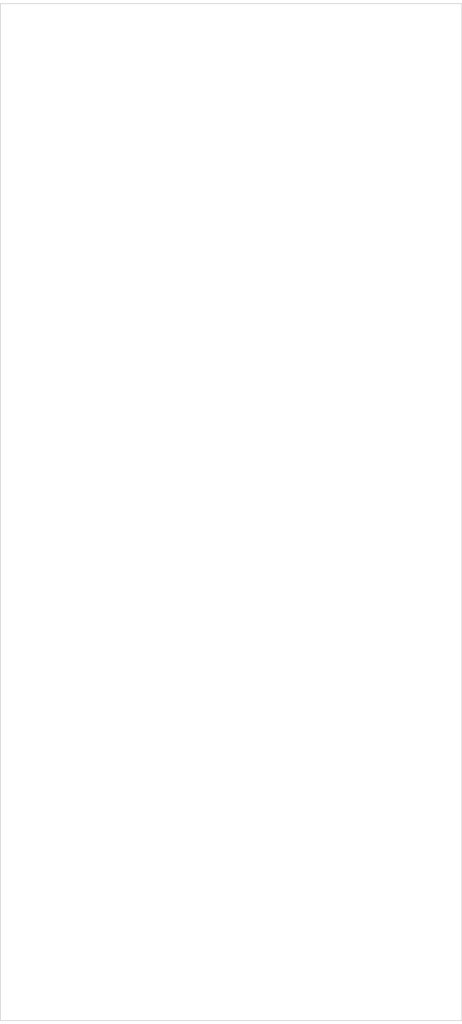
<source format=kicad_pcb>
(kicad_pcb (version 20211014) (generator pcbnew)
  (layers (0 "F.Cu" signal) (31 "B.Cu" signal) (34 "B.Paste" user) (35 "F.Paste" user) (36 "B.SilkS" user "B.Silkscreen") (37 "F.SilkS" user "F.Silkscreen") (38 "B.Mask" user) (39 "F.Mask" user) (44 "Edge.Cuts" user))
  (net 0 "")
  (footprint "MountingHole:MountingHole_3.2mm_M3" (layer "F.Cu") (at 5.08 130.35)
    (fp_text reference "REF**" hide)
    (fp_text value "MountingHole_3.2mm_M3" hide)
    (pad "" np_thru_hole oval locked (at 0 0) (size 7 3.2) (drill oval 7 3.2) (layers F&B.Cu *.Mask))
  )
  (footprint "MountingHole:MountingHole_3.2mm_M3" (layer "F.Cu") (at 55.52 130.35)
    (fp_text reference "REF**" hide)
    (fp_text value "MountingHole_3.2mm_M3" hide)
    (pad "" np_thru_hole oval locked (at 0 0) (size 7 3.2) (drill oval 7 3.2) (layers F&B.Cu *.Mask))
  )
  (footprint "MountingHole:MountingHole_3.2mm_M3" (layer "F.Cu") (at 55.52 3)
    (fp_text reference "REF**" hide)
    (fp_text value "MountingHole_3.2mm_M3" hide)
    (pad "" np_thru_hole oval locked (at 0 0) (size 7 3.2) (drill oval 7 3.2) (layers F&B.Cu *.Mask))
  )
  (footprint "MountingHole:MountingHole_3.2mm_M3" (layer "F.Cu") (at 5.08 3)
    (fp_text reference "REF**" hide)
    (fp_text value "MountingHole_3.2mm_M3" hide)
    (pad "" np_thru_hole oval locked (at 0 0) (size 7 3.2) (drill oval 7 3.2) (layers F&B.Cu *.Mask))
  )
  (gr_line (start 60.6 0) (end 60.6 133.35) (layer "Edge.Cuts") (width 0.1))
  (gr_line (start 0 133.35) (end 0 0) (layer "Edge.Cuts") (width 0.1))
  (gr_line (start 0 0) (end 60.6 0) (layer "Edge.Cuts") (width 0.1))
  (gr_line (start 60.6 133.35) (end 0 133.35) (layer "Edge.Cuts") (width 0.1))
)
</source>
